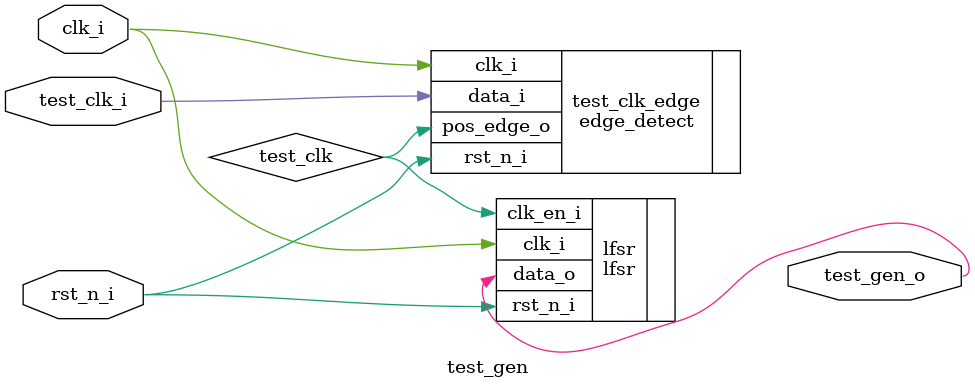
<source format=sv>
/*
 * test_gen.sv
 *
 *  Created on: 2020-08-08 20:45
 *      Author: Jack Chen <redchenjs@live.com>
 */

module test_gen #(
    parameter N = 8
) (
    input logic clk_i,
    input logic rst_n_i,

    input logic test_clk_i,

    output logic test_gen_o
);

logic test_clk;

edge_detect test_clk_edge(
   .clk_i(clk_i),
   .rst_n_i(rst_n_i),
   .data_i(test_clk_i),
   .pos_edge_o(test_clk)
);

lfsr #(.N(N)) lfsr(
    .clk_i(clk_i),
    .rst_n_i(rst_n_i),
    .clk_en_i(test_clk),
    .data_o(test_gen_o)
);

endmodule

</source>
